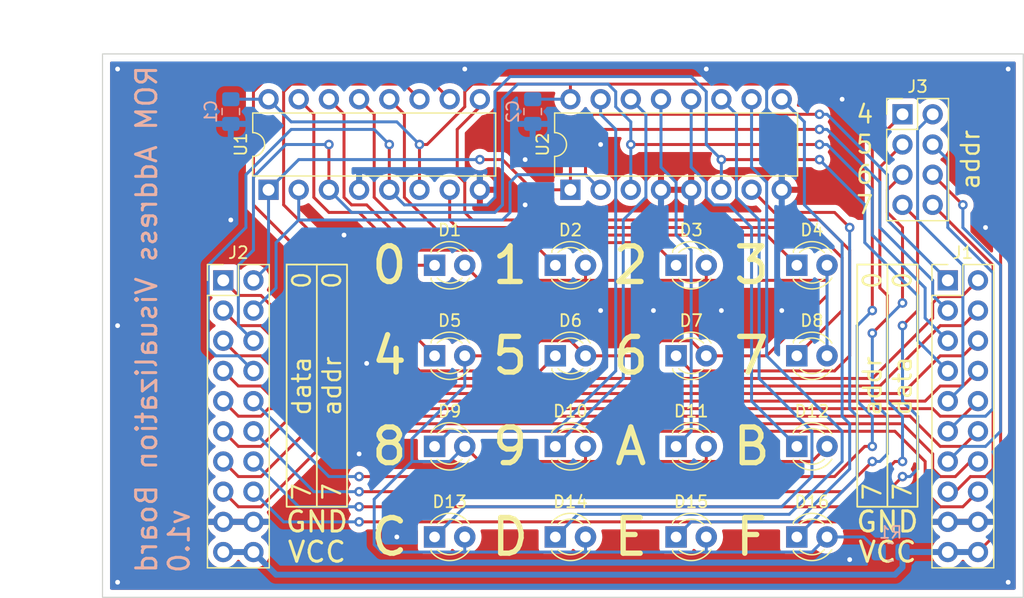
<source format=kicad_pcb>
(kicad_pcb (version 20211014) (generator pcbnew)
  (layers (0 "F.Cu" signal) (31 "B.Cu" signal) (34 "B.Paste" user) (35 "F.Paste" user) (36 "B.SilkS" user "B.Silkscreen") (37 "F.SilkS" user "F.Silkscreen") (38 "B.Mask" user) (39 "F.Mask" user) (44 "Edge.Cuts" user))
  (net 0 "")
  (net 1 "VCC")
  (net 2 "GND")
  (net 3 "Net-(U1-Pad15)")
  (net 4 "Net-(U1-Pad14)")
  (net 5 "Net-(U1-Pad13)")
  (net 6 "Net-(U1-Pad12)")
  (net 7 "Net-(U1-Pad11)")
  (net 8 "Net-(U1-Pad10)")
  (net 9 "Net-(U1-Pad9)")
  (net 10 "Net-(U1-Pad7)")
  (net 11 "Net-(U2-Pad15)")
  (net 12 "Net-(U2-Pad14)")
  (net 13 "Net-(U2-Pad13)")
  (net 14 "Net-(U2-Pad12)")
  (net 15 "Net-(U2-Pad11)")
  (net 16 "Net-(U2-Pad10)")
  (net 17 "Net-(U2-Pad9)")
  (net 18 "Net-(U2-Pad7)")
  (net 19 "/addr0")
  (net 20 "/addr1")
  (net 21 "/addr2")
  (net 22 "/addr3")
  (net 23 "/addr4_in")
  (net 24 "/addr5_in")
  (net 25 "/addr6_in")
  (net 26 "/addr7_in")
  (net 27 "/data0")
  (net 28 "/data1")
  (net 29 "/data2")
  (net 30 "/data3")
  (net 31 "/data4")
  (net 32 "/data5")
  (net 33 "/data6")
  (net 34 "/data7")
  (net 35 "/addr4")
  (net 36 "/addr5")
  (net 37 "/addr6")
  (net 38 "/addr7")
  (net 39 "Net-(D1-Pad2)")
  (footprint "LED_THT:LED_D3.0mm_Clear" (layer "F.Cu") (at 124.46 104.14)
    (fp_text reference "D13")
    (fp_text value "LED")
  )
  (footprint "LED_THT:LED_D3.0mm_Clear" (layer "F.Cu") (at 134.62 88.9)
    (fp_text reference "D6")
    (fp_text value "LED")
  )
  (footprint "ModifiedKiCadLibrary:PinHeader_2x10_P2.54mm_Vertical_Top_Bottom" (layer "F.Cu") (at 106.68 82.55)
    (fp_text reference "J2")
    (fp_text value "addr_out")
  )
  (footprint "LED_THT:LED_D3.0mm_Clear" (layer "F.Cu") (at 134.62 104.14)
    (fp_text reference "D14")
    (fp_text value "LED")
  )
  (footprint "LED_THT:LED_D3.0mm_Clear" (layer "F.Cu") (at 154.94 96.52)
    (fp_text reference "D12")
    (fp_text value "LED")
  )
  (footprint "LED_THT:LED_D3.0mm_Clear" (layer "F.Cu") (at 124.46 88.9)
    (fp_text reference "D5")
    (fp_text value "LED")
  )
  (footprint "LED_THT:LED_D3.0mm_Clear" (layer "F.Cu") (at 154.94 104.14)
    (fp_text reference "D16")
    (fp_text value "LED")
  )
  (footprint "LED_THT:LED_D3.0mm_Clear" (layer "F.Cu") (at 134.62 81.28)
    (fp_text reference "D2")
    (fp_text value "LED")
  )
  (footprint "LED_THT:LED_D3.0mm_Clear" (layer "F.Cu") (at 144.78 104.14)
    (fp_text reference "D15")
    (fp_text value "LED")
  )
  (footprint "ModifiedKiCadLibrary:DIP-16_W7.62mm_D1mm" (layer "F.Cu") (at 110.49 74.93 90)
    (fp_text reference "U1")
    (fp_text value "74HC138")
  )
  (footprint "LED_THT:LED_D3.0mm_Clear" (layer "F.Cu") (at 144.78 81.28)
    (fp_text reference "D3")
    (fp_text value "LED")
  )
  (footprint "LED_THT:LED_D3.0mm_Clear" (layer "F.Cu") (at 144.78 96.52)
    (fp_text reference "D11")
    (fp_text value "LED")
  )
  (footprint "LED_THT:LED_D3.0mm_Clear" (layer "F.Cu") (at 154.94 88.9)
    (fp_text reference "D8")
    (fp_text value "LED")
  )
  (footprint "LED_THT:LED_D3.0mm_Clear" (layer "F.Cu") (at 154.94 81.28)
    (fp_text reference "D4")
    (fp_text value "LED")
  )
  (footprint "LED_THT:LED_D3.0mm_Clear" (layer "F.Cu") (at 124.46 81.28)
    (fp_text reference "D1")
    (fp_text value "LED")
  )
  (footprint "Connector_PinHeader_2.54mm:PinHeader_2x04_P2.54mm_Vertical" (layer "F.Cu") (at 163.83 68.58)
    (fp_text reference "J3")
    (fp_text value "Conn_02x04_Odd_Even")
  )
  (footprint "LED_THT:LED_D3.0mm_Clear" (layer "F.Cu") (at 144.78 88.9)
    (fp_text reference "D7")
    (fp_text value "LED")
  )
  (footprint "ModifiedKiCadLibrary:PinHeader_2x10_P2.54mm_Vertical_Top_Bottom" (layer "F.Cu") (at 167.64 82.55)
    (fp_text reference "J1")
    (fp_text value "addr_in")
  )
  (footprint "LED_THT:LED_D3.0mm_Clear" (layer "F.Cu") (at 124.46 96.52)
    (fp_text reference "D9")
    (fp_text value "LED")
  )
  (footprint "LED_THT:LED_D3.0mm_Clear" (layer "F.Cu") (at 134.62 96.52)
    (fp_text reference "D10")
    (fp_text value "LED")
  )
  (footprint "ModifiedKiCadLibrary:DIP-16_W7.62mm_D1mm" (layer "F.Cu") (at 135.89 74.93 90)
    (fp_text reference "U2")
    (fp_text value "74HC138")
  )
  (footprint "Capacitor_SMD:C_0805_2012Metric_Pad1.18x1.45mm_HandSolder" (layer "B.Cu") (at 132.715 68.3475 -90)
    (fp_text reference "C2")
    (fp_text value "0.1u")
  )
  (footprint "Capacitor_SMD:C_0805_2012Metric_Pad1.18x1.45mm_HandSolder" (layer "B.Cu") (at 107.315 68.3475 -90)
    (fp_text reference "C1")
    (fp_text value "0.1u")
  )
  (footprint "Resistor_SMD:R_0805_2012Metric_Pad1.20x1.40mm_HandSolder" (layer "B.Cu") (at 162.83 105.41 180)
    (fp_text reference "R1")
    (fp_text value "R")
  )
  (gr_rect (start 112.014 81.22) (end 117.094 101.6) (layer "F.SilkS") (width 0.15) (fill none))
  (gr_rect (start 160.02 81.22) (end 165.1 101.6) (layer "F.SilkS") (width 0.15) (fill none))
  (gr_line (start 162.56 81.22) (end 162.56 101.6) (layer "F.SilkS") (width 0.15))
  (gr_line (start 114.554 81.22) (end 114.554 101.6) (layer "F.SilkS") (width 0.15))
  (gr_rect (start 96.52 63.5) (end 173.99 109.22) (layer "Edge.Cuts") (width 0.1) (fill none))
  (gr_text "ROM Address Visualization Board\nv1.0" (at 101.6 107.315 90) (layer "B.SilkS") (effects (font (size 1.7 1.7) (thickness 0.25)) (justify right mirror)))
  (gr_text "addr" (at 115.824 91.44 90) (layer "F.SilkS") (effects (font (size 1.5 1.5) (thickness 0.2))))
  (gr_text "4" (at 120.65 88.9) (layer "F.SilkS") (effects (font (size 3 3) (thickness 0.45))))
  (gr_text "5" (at 130.81 88.9) (layer "F.SilkS") (effects (font (size 3 3) (thickness 0.45))))
  (gr_text "0" (at 120.65 81.28) (layer "F.SilkS") (effects (font (size 3 3) (thickness 0.45))))
  (gr_text "2" (at 140.97 81.28) (layer "F.SilkS") (effects (font (size 3 3) (thickness 0.45))))
  (gr_text "GND" (at 114.554 102.87) (layer "F.SilkS") (effects (font (size 1.7 1.7) (thickness 0.25))))
  (gr_text "6" (at 140.97 88.9) (layer "F.SilkS") (effects (font (size 3 3) (thickness 0.45))))
  (gr_text "F" (at 151.13 104.14) (layer "F.SilkS") (effects (font (size 3 3) (thickness 0.45))))
  (gr_text "0" (at 161.29 82.55 90) (layer "F.SilkS") (effects (font (size 1.5 1.5) (thickness 0.2))))
  (gr_text "1" (at 130.81 81.28) (layer "F.SilkS") (effects (font (size 3 3) (thickness 0.45))))
  (gr_text "addr" (at 169.545 72.39 90) (layer "F.SilkS") (effects (font (size 1.5 1.5) (thickness 0.2))))
  (gr_text "A" (at 140.97 96.52) (layer "F.SilkS") (effects (font (size 3 3) (thickness 0.45))))
  (gr_text "0" (at 113.284 82.55 90) (layer "F.SilkS") (effects (font (size 1.5 1.5) (thickness 0.2))))
  (gr_text "7" (at 161.29 100.33 90) (layer "F.SilkS") (effects (font (size 1.5 1.5) (thickness 0.2))))
  (gr_text "data" (at 113.284 91.44 90) (layer "F.SilkS") (effects (font (size 1.5 1.5) (thickness 0.2))))
  (gr_text "7" (at 113.284 100.33 90) (layer "F.SilkS") (effects (font (size 1.5 1.5) (thickness 0.2))))
  (gr_text "C" (at 120.65 104.14) (layer "F.SilkS") (effects (font (size 3 3) (thickness 0.45))))
  (gr_text "4" (at 160.655 68.58) (layer "F.SilkS") (effects (font (size 1.5 1.5) (thickness 0.2))))
  (gr_text "5" (at 160.655 71.12) (layer "F.SilkS") (effects (font (size 1.5 1.5) (thickness 0.2))))
  (gr_text "B" (at 151.13 96.52) (layer "F.SilkS") (effects (font (size 3 3) (thickness 0.45))))
  (gr_text "8" (at 120.65 96.52) (layer "F.SilkS") (effects (font (size 3 3) (thickness 0.45))))
  (gr_text "addr" (at 161.29 91.44 90) (layer "F.SilkS") (effects (font (size 1.5 1.5) (thickness 0.2))))
  (gr_text "VCC" (at 114.554 105.41) (layer "F.SilkS") (effects (font (size 1.7 1.7) (thickness 0.25))))
  (gr_text "GND" (at 162.56 102.87) (layer "F.SilkS") (effects (font (size 1.7 1.7) (thickness 0.25))))
  (gr_text "E" (at 140.97 104.14) (layer "F.SilkS") (effects (font (size 3 3) (thickness 0.45))))
  (gr_text "3" (at 151.13 81.28) (layer "F.SilkS") (effects (font (size 3 3) (thickness 0.45))))
  (gr_text "data" (at 163.83 91.44 90) (layer "F.SilkS") (effects (font (size 1.5 1.5) (thickness 0.2))))
  (gr_text "VCC" (at 162.56 105.41) (layer "F.SilkS") (effects (font (size 1.7 1.7) (thickness 0.25))))
  (gr_text "7" (at 163.83 100.33 90) (layer "F.SilkS") (effects (font (size 1.5 1.5) (thickness 0.2))))
  (gr_text "7" (at 160.655 76.2) (layer "F.SilkS") (effects (font (size 1.5 1.5) (thickness 0.2))))
  (gr_text "D" (at 130.81 104.14) (layer "F.SilkS") (effects (font (size 3 3) (thickness 0.45))))
  (gr_text "6" (at 160.655 73.66) (layer "F.SilkS") (effects (font (size 1.5 1.5) (thickness 0.2))))
  (gr_text "0" (at 115.824 82.55 90) (layer "F.SilkS") (effects (font (size 1.5 1.5) (thickness 0.2))))
  (gr_text "7" (at 151.13 88.9) (layer "F.SilkS") (effects (font (size 3 3) (thickness 0.45))))
  (gr_text "0" (at 163.83 82.55 90) (layer "F.SilkS") (effects (font (size 1.5 1.5) (thickness 0.2))))
  (gr_text "9" (at 130.81 96.52) (layer "F.SilkS") (effects (font (size 3 3) (thickness 0.45))))
  (gr_text "7" (at 115.824 100.33 90) (layer "F.SilkS") (effects (font (size 1.5 1.5) (thickness 0.2))))
  (segment (start 172.085 103.505) (end 170.18 105.41) (width 0.25) (layer "F.Cu") (net 1))
  (segment (start 135.89 66.04) (end 167.64 66.04) (width 0.25) (layer "F.Cu") (net 1))
  (segment (start 172.085 70.485) (end 172.085 103.505) (width 0.25) (layer "F.Cu") (net 1))
  (segment (start 123.19 71.12) (end 123.19 74.93) (width 0.25) (layer "F.Cu") (net 1))
  (segment (start 127.635 66.04) (end 127 66.675) (width 0.25) (layer "F.Cu") (net 1))
  (segment (start 135.89 66.04) (end 127.635 66.04) (width 0.25) (layer "F.Cu") (net 1))
  (segment (start 135.89 67.31) (end 135.89 66.04) (width 0.25) (layer "F.Cu") (net 1))
  (segment (start 167.64 66.04) (end 172.085 70.485) (width 0.25) (layer "F.Cu") (net 1))
  (segment (start 127 66.675) (end 127 67.945) (width 0.25) (layer "F.Cu") (net 1))
  (segment (start 127 67.945) (end 123.825 71.12) (width 0.25) (layer "F.Cu") (net 1))
  (segment (start 123.825 71.12) (end 123.19 71.12) (width 0.25) (layer "F.Cu") (net 1))
  (via (at 123.19 71.12) (size 0.8) (drill 0.4) (layers "F.Cu" "B.Cu") (net 1))
  (segment (start 109.22 105.41) (end 106.68 105.41) (width 0.5) (layer "B.Cu") (net 1))
  (segment (start 112.395 69.215) (end 121.285 69.215) (width 0.25) (layer "B.Cu") (net 1))
  (segment (start 170.18 105.41) (end 167.64 105.41) (width 0.5) (layer "B.Cu") (net 1))
  (segment (start 107.315 67.31) (end 110.49 67.31) (width 0.25) (layer "B.Cu") (net 1))
  (segment (start 163.83 105.41) (end 167.64 105.41) (width 0.5) (layer "B.Cu") (net 1))
  (segment (start 110.49 67.31) (end 112.395 69.215) (width 0.25) (layer "B.Cu") (net 1))
  (segment (start 111.125 107.315) (end 109.22 105.41) (width 0.5) (layer "B.Cu") (net 1))
  (segment (start 163.83 106.68) (end 163.195 107.315) (width 0.5) (layer "B.Cu") (net 1))
  (segment (start 163.195 107.315) (end 111.125 107.315) (width 0.5) (layer "B.Cu") (net 1))
  (segment (start 121.285 69.215) (end 123.19 71.12) (width 0.25) (layer "B.Cu") (net 1))
  (segment (start 132.715 67.31) (end 135.89 67.31) (width 0.25) (layer "B.Cu") (net 1))
  (segment (start 163.83 105.41) (end 163.83 106.68) (width 0.5) (layer "B.Cu") (net 1))
  (via (at 138.43 85.09) (size 0.8) (drill 0.4) (layers "F.Cu" "B.Cu") (net 2))
  (via (at 170.815 78.105) (size 0.8) (drill 0.4) (layers "F.Cu" "B.Cu") (net 2))
  (via (at 158.75 67.31) (size 0.8) (drill 0.4) (layers "F.Cu" "B.Cu") (net 2))
  (via (at 153.67 85.09) (size 0.8) (drill 0.4) (layers "F.Cu" "B.Cu") (net 2))
  (via (at 118.11 97.155) (size 0.8) (drill 0.4) (layers "F.Cu" "B.Cu") (net 2))
  (via (at 132.08 76.2) (size 0.8) (drill 0.4) (layers "F.Cu" "B.Cu") (net 2))
  (via (at 97.79 64.77) (size 0.8) (drill 0.4) (layers "F.Cu" "B.Cu") (net 2))
  (via (at 121.285 104.14) (size 0.8) (drill 0.4) (layers "F.Cu" "B.Cu") (net 2))
  (via (at 132.08 72.39) (size 0.8) (drill 0.4) (layers "F.Cu" "B.Cu") (net 2))
  (via (at 147.32 64.77) (size 0.8) (drill 0.4) (layers "F.Cu" "B.Cu") (net 2))
  (via (at 127 64.77) (size 0.8) (drill 0.4) (layers "F.Cu" "B.Cu") (net 2))
  (via (at 97.79 107.95) (size 0.8) (drill 0.4) (layers "F.Cu" "B.Cu") (net 2))
  (via (at 159.385 106.045) (size 0.8) (drill 0.4) (layers "F.Cu" "B.Cu") (net 2))
  (via (at 138.43 71.12) (size 0.8) (drill 0.4) (layers "F.Cu" "B.Cu") (net 2))
  (via (at 107.315 77.47) (size 0.8) (drill 0.4) (layers "F.Cu" "B.Cu") (net 2))
  (via (at 142.875 85.09) (size 0.8) (drill 0.4) (layers "F.Cu" "B.Cu") (net 2))
  (via (at 172.72 64.77) (size 0.8) (drill 0.4) (layers "F.Cu" "B.Cu") (net 2))
  (via (at 97.79 86.36) (size 0.8) (drill 0.4) (layers "F.Cu" "B.Cu") (net 2))
  (via (at 118.745 89.535) (size 0.8) (drill 0.4) (layers "F.Cu" "B.Cu") (net 2))
  (via (at 148.59 85.09) (size 0.8) (drill 0.4) (layers "F.Cu" "B.Cu") (net 2))
  (via (at 172.72 107.95) (size 0.8) (drill 0.4) (layers "F.Cu" "B.Cu") (net 2))
  (via (at 116.84 78.74) (size 0.8) (drill 0.4) (layers "F.Cu" "B.Cu") (net 2))
  (segment (start 152.4 65.405) (end 152.4 69.215) (width 0.25) (layer "B.Cu") (net 2))
  (segment (start 118.11 76.835) (end 122.555 81.28) (width 0.25) (layer "F.Cu") (net 3))
  (segment (start 113.03 67.31) (end 114.3 68.58) (width 0.25) (layer "F.Cu") (net 3))
  (segment (start 114.3 75.565) (end 115.57 76.835) (width 0.25) (layer "F.Cu") (net 3))
  (segment (start 114.3 68.58) (end 114.3 75.565) (width 0.25) (layer "F.Cu") (net 3))
  (segment (start 122.555 81.28) (end 124.46 81.28) (width 0.25) (layer "F.Cu") (net 3))
  (segment (start 115.57 76.835) (end 118.11 76.835) (width 0.25) (layer "F.Cu") (net 3))
  (segment (start 118.745 76.2) (end 117.475 76.2) (width 0.25) (layer "F.Cu") (net 4))
  (segment (start 115.57 67.31) (end 116.84 68.58) (width 0.25) (layer "F.Cu") (net 4))
  (segment (start 122.555 80.01) (end 118.745 76.2) (width 0.25) (layer "F.Cu") (net 4))
  (segment (start 116.84 68.58) (end 116.84 75.565) (width 0.25) (layer "F.Cu") (net 4))
  (segment (start 133.35 80.01) (end 134.62 81.28) (width 0.25) (layer "F.Cu") (net 4))
  (segment (start 122.555 80.01) (end 133.35 80.01) (width 0.25) (layer "F.Cu") (net 4))
  (segment (start 116.84 75.565) (end 117.475 76.2) (width 0.25) (layer "F.Cu") (net 4))
  (segment (start 123.19 79.375) (end 142.875 79.375) (width 0.25) (layer "F.Cu") (net 5))
  (segment (start 119.38 68.58) (end 119.38 75.565) (width 0.25) (layer "F.Cu") (net 5))
  (segment (start 142.875 79.375) (end 144.78 81.28) (width 0.25) (layer "F.Cu") (net 5))
  (segment (start 118.11 67.31) (end 119.38 68.58) (width 0.25) (layer "F.Cu") (net 5))
  (segment (start 119.38 75.565) (end 123.19 79.375) (width 0.25) (layer "F.Cu") (net 5))
  (segment (start 120.65 67.31) (end 121.92 68.58) (width 0.25) (layer "F.Cu") (net 6))
  (segment (start 121.92 68.58) (end 121.92 75.565) (width 0.25) (layer "F.Cu") (net 6))
  (segment (start 121.92 75.565) (end 125.095 78.74) (width 0.25) (layer "F.Cu") (net 6))
  (segment (start 125.095 78.74) (end 152.4 78.74) (width 0.25) (layer "F.Cu") (net 6))
  (segment (start 152.4 78.74) (end 154.94 81.28) (width 0.25) (layer "F.Cu") (net 6))
  (segment (start 123.19 67.31) (end 121.92 66.04) (width 0.25) (layer "F.Cu") (net 7))
  (segment (start 112.395 66.04) (end 111.76 66.675) (width 0.25) (layer "F.Cu") (net 7))
  (segment (start 111.76 76.2) (end 124.46 88.9) (width 0.25) (layer "F.Cu") (net 7))
  (segment (start 121.92 66.04) (end 112.395 66.04) (width 0.25) (layer "F.Cu") (net 7))
  (segment (start 111.76 66.675) (end 111.76 76.2) (width 0.25) (layer "F.Cu") (net 7))
  (segment (start 109.22 76.2) (end 123.19 90.17) (width 0.25) (layer "F.Cu") (net 8))
  (segment (start 125.73 67.31) (end 123.825 65.405) (width 0.25) (layer "F.Cu") (net 8))
  (segment (start 123.19 90.17) (end 133.35 90.17) (width 0.25) (layer "F.Cu") (net 8))
  (segment (start 133.35 90.17) (end 134.62 88.9) (width 0.25) (layer "F.Cu") (net 8))
  (segment (start 110.49 65.405) (end 109.22 66.675) (width 0.25) (layer "F.Cu") (net 8))
  (segment (start 123.825 65.405) (end 110.49 65.405) (width 0.25) (layer "F.Cu") (net 8))
  (segment (start 109.22 66.675) (end 109.22 76.2) (width 0.25) (layer "F.Cu") (net 8))
  (segment (start 127 76.835) (end 127.635 77.47) (width 0.25) (layer "F.Cu") (net 9))
  (segment (start 146.05 90.17) (end 144.78 88.9) (width 0.25) (layer "F.Cu") (net 9))
  (segment (start 158.115 90.17) (end 146.05 90.17) (width 0.25) (layer "F.Cu") (net 9))
  (segment (start 127 74.295) (end 126.365 73.66) (width 0.25) (layer "F.Cu") (net 9))
  (segment (start 127.635 77.47) (end 156.845 77.47) (width 0.25) (layer "F.Cu") (net 9))
  (segment (start 156.845 77.47) (end 159.385 80.01) (width 0.25) (layer "F.Cu") (net 9))
  (segment (start 127 74.295) (end 127 76.835) (width 0.25) (layer "F.Cu") (net 9))
  (segment (start 126.365 73.66) (end 126.365 69.85) (width 0.25) (layer "F.Cu") (net 9))
  (segment (start 126.365 69.85) (end 128.27 67.945) (width 0.25) (layer "F.Cu") (net 9))
  (segment (start 159.385 88.9) (end 158.115 90.17) (width 0.25) (layer "F.Cu") (net 9))
  (segment (start 159.385 80.01) (end 159.385 88.9) (width 0.25) (layer "F.Cu") (net 9))
  (segment (start 128.27 67.31) (end 128.27 67.945) (width 0.25) (layer "F.Cu") (net 9))
  (segment (start 126.365 78.105) (end 156.21 78.105) (width 0.25) (layer "F.Cu") (net 10))
  (segment (start 158.75 80.645) (end 158.75 85.09) (width 0.25) (layer "F.Cu") (net 10))
  (segment (start 125.73 77.47) (end 126.365 78.105) (width 0.25) (layer "F.Cu") (net 10))
  (segment (start 158.75 85.09) (end 154.94 88.9) (width 0.25) (layer "F.Cu") (net 10))
  (segment (start 156.21 78.105) (end 158.75 80.645) (width 0.25) (layer "F.Cu") (net 10))
  (segment (start 125.73 74.93) (end 125.73 77.47) (width 0.25) (layer "F.Cu") (net 10))
  (segment (start 139.7 74.295) (end 139.7 69.85) (width 0.25) (layer "B.Cu") (net 11))
  (segment (start 139.7 69.85) (end 138.43 68.58) (width 0.25) (layer "B.Cu") (net 11))
  (segment (start 125.73 95.25) (end 124.46 96.52) (width 0.25) (layer "B.Cu") (net 11))
  (segment (start 138.43 68.58) (end 138.43 67.31) (width 0.25) (layer "B.Cu") (net 11))
  (segment (start 139.7 90.17) (end 134.62 95.25) (width 0.25) (layer "B.Cu") (net 11))
  (segment (start 139.7 74.295) (end 139.7 90.17) (width 0.25) (layer "B.Cu") (net 11))
  (segment (start 134.62 95.25) (end 125.73 95.25) (width 0.25) (layer "B.Cu") (net 11))
  (segment (start 142.24 68.58) (end 142.24 75.565) (width 0.25) (layer "B.Cu") (net 12))
  (segment (start 140.335 77.47) (end 140.335 90.805) (width 0.25) (layer "B.Cu") (net 12))
  (segment (start 140.97 67.31) (end 142.24 68.58) (width 0.25) (layer "B.Cu") (net 12))
  (segment (start 142.24 75.565) (end 140.335 77.47) (width 0.25) (layer "B.Cu") (net 12))
  (segment (start 140.335 90.805) (end 134.62 96.52) (width 0.25) (layer "B.Cu") (net 12))
  (segment (start 143.51 67.31) (end 143.51 73.025) (width 0.25) (layer "B.Cu") (net 13))
  (segment (start 144.78 74.295) (end 144.78 78.74) (width 0.25) (layer "B.Cu") (net 13))
  (segment (start 144.78 96.52) (end 146.05 95.25) (width 0.25) (layer "B.Cu") (net 13))
  (segment (start 146.05 80.01) (end 144.78 78.74) (width 0.25) (layer "B.Cu") (net 13))
  (segment (start 146.05 95.25) (end 146.05 80.01) (width 0.25) (layer "B.Cu") (net 13))
  (segment (start 143.51 73.025) (end 144.78 74.295) (width 0.25) (layer "B.Cu") (net 13))
  (segment (start 146.05 73.025) (end 147.32 74.295) (width 0.25) (layer "B.Cu") (net 14))
  (segment (start 151.13 78.105) (end 151.13 92.71) (width 0.25) (layer "B.Cu") (net 14))
  (segment (start 147.955 76.2) (end 149.225 76.2) (width 0.25) (layer "B.Cu") (net 14))
  (segment (start 149.225 76.2) (end 151.13 78.105) (width 0.25) (layer "B.Cu") (net 14))
  (segment (start 151.13 92.71) (end 154.94 96.52) (width 0.25) (layer "B.Cu") (net 14))
  (segment (start 147.32 75.565) (end 147.955 76.2) (width 0.25) (layer "B.Cu") (net 14))
  (segment (start 147.32 74.295) (end 147.32 75.565) (width 0.25) (layer "B.Cu") (net 14))
  (segment (start 146.05 67.31) (end 146.05 73.025) (width 0.25) (layer "B.Cu") (net 14))
  (segment (start 153.67 101.6) (end 156.21 99.06) (width 0.25) (layer "B.Cu") (net 15))
  (segment (start 156.21 95.25) (end 151.765 90.805) (width 0.25) (layer "B.Cu") (net 15))
  (segment (start 151.765 77.47) (end 149.86 75.565) (width 0.25) (layer "B.Cu") (net 15))
  (segment (start 149.86 75.565) (end 149.86 68.58) (width 0.25) (layer "B.Cu") (net 15))
  (segment (start 156.21 99.06) (end 156.21 95.25) (width 0.25) (layer "B.Cu") (net 15))
  (segment (start 124.46 104.14) (end 127 101.6) (width 0.25) (layer "B.Cu") (net 15))
  (segment (start 149.86 68.58) (end 148.59 67.31) (width 0.25) (layer "B.Cu") (net 15))
  (segment (start 151.765 90.805) (end 151.765 77.47) (width 0.25) (layer "B.Cu") (net 15))
  (segment (start 127 101.6) (end 153.67 101.6) (width 0.25) (layer "B.Cu") (net 15))
  (segment (start 134.62 104.14) (end 136.525 102.235) (width 0.25) (layer "B.Cu") (net 16))
  (segment (start 154.305 102.235) (end 158.75 97.79) (width 0.25) (layer "B.Cu") (net 16))
  (segment (start 136.525 102.235) (end 154.305 102.235) (width 0.25) (layer "B.Cu") (net 16))
  (segment (start 151.13 67.31) (end 151.13 73.025) (width 0.25) (layer "B.Cu") (net 16))
  (segment (start 158.75 97.79) (end 158.75 95.25) (width 0.25) (layer "B.Cu") (net 16))
  (segment (start 158.75 95.25) (end 152.4 88.9) (width 0.25) (layer "B.Cu") (net 16))
  (segment (start 152.4 88.9) (end 152.4 74.295) (width 0.25) (layer "B.Cu") (net 16))
  (segment (start 151.13 73.025) (end 152.4 74.295) (width 0.25) (layer "B.Cu") (net 16))
  (segment (start 159.385 98.425) (end 159.385 94.615) (width 0.25) (layer "B.Cu") (net 17))
  (segment (start 155.575 76.2) (end 155.575 69.215) (width 0.25) (layer "B.Cu") (net 17))
  (segment (start 158.75 79.375) (end 155.575 76.2) (width 0.25) (layer "B.Cu") (net 17))
  (segment (start 158.75 93.98) (end 158.75 79.375) (width 0.25) (layer "B.Cu") (net 17))
  (segment (start 146.05 102.87) (end 154.94 102.87) (width 0.25) (layer "B.Cu") (net 17))
  (segment (start 159.385 94.615) (end 158.75 93.98) (width 0.25) (layer "B.Cu") (net 17))
  (segment (start 144.78 104.14) (end 146.05 102.87) (width 0.25) (layer "B.Cu") (net 17))
  (segment (start 155.575 69.215) (end 153.67 67.31) (width 0.25) (layer "B.Cu") (net 17))
  (segment (start 154.94 102.87) (end 159.385 98.425) (width 0.25) (layer "B.Cu") (net 17))
  (segment (start 158.115 76.835) (end 153.035 76.835) (width 0.25) (layer "F.Cu") (net 18))
  (segment (start 153.035 76.835) (end 151.13 74.93) (width 0.25) (layer "F.Cu") (net 18))
  (segment (start 158.115 76.835) (end 159.385 78.105) (width 0.25) (layer "F.Cu") (net 18))
  (via (at 159.385 78.105) (size 0.8) (drill 0.4) (layers "F.Cu" "B.Cu") (net 18))
  (segment (start 159.385 93.345) (end 160.02 93.98) (width 0.25) (layer "B.Cu") (net 18))
  (segment (start 160.02 99.06) (end 154.94 104.14) (width 0.25) (layer "B.Cu") (net 18))
  (segment (start 159.385 78.105) (end 159.385 93.345) (width 0.25) (layer "B.Cu") (net 18))
  (segment (start 160.02 93.98) (end 160.02 99.06) (width 0.25) (layer "B.Cu") (net 18))
  (segment (start 130.175 72.39) (end 128.27 72.39) (width 0.25) (layer "F.Cu") (net 19))
  (segment (start 135.89 70.485) (end 137.795 68.58) (width 0.25) (layer "F.Cu") (net 19))
  (segment (start 135.89 70.485) (end 135.89 72.39) (width 0.25) (layer "F.Cu") (net 19))
  (segment (start 135.89 72.39) (end 135.89 74.93) (width 0.25) (layer "F.Cu") (net 19))
  (segment (start 132.715 74.93) (end 135.89 74.93) (width 0.25) (layer "F.Cu") (net 19))
  (segment (start 156.845 68.58) (end 137.795 68.58) (width 0.25) (layer "F.Cu") (net 19))
  (segment (start 130.175 72.39) (end 132.715 74.93) (width 0.25) (layer "F.Cu") (net 19))
  (via (at 128.27 72.39) (size 0.8) (drill 0.4) (layers "F.Cu" "B.Cu") (net 19))
  (via (at 156.845 68.58) (size 0.8) (drill 0.4) (layers "F.Cu" "B.Cu") (net 19))
  (segment (start 113.03 72.39) (end 110.49 74.93) (width 0.25) (layer "B.Cu") (net 19))
  (segment (start 162.56 73.66) (end 162.56 77.47) (width 0.25) (layer "B.Cu") (net 19))
  (segment (start 128.27 72.39) (end 113.03 72.39) (width 0.25) (layer "B.Cu") (net 19))
  (segment (start 157.48 68.58) (end 162.56 73.66) (width 0.25) (layer "B.Cu") (net 19))
  (segment (start 110.49 81.28) (end 109.22 82.55) (width 0.25) (layer "B.Cu") (net 19))
  (segment (start 110.49 74.93) (end 110.49 81.28) (width 0.25) (layer "B.Cu") (net 19))
  (segment (start 156.845 68.58) (end 157.48 68.58) (width 0.25) (layer "B.Cu") (net 19))
  (segment (start 162.56 77.47) (end 167.64 82.55) (width 0.25) (layer "B.Cu") (net 19))
  (segment (start 137.16 70.485) (end 137.16 73.66) (width 0.25) (layer "F.Cu") (net 20))
  (segment (start 156.845 69.85) (end 137.795 69.85) (width 0.25) (layer "F.Cu") (net 20))
  (segment (start 137.16 73.66) (end 138.43 74.93) (width 0.25) (layer "F.Cu") (net 20))
  (segment (start 137.795 69.85) (end 137.16 70.485) (width 0.25) (layer "F.Cu") (net 20))
  (via (at 156.845 69.85) (size 0.8) (drill 0.4) (layers "F.Cu" "B.Cu") (net 20))
  (segment (start 161.925 78.105) (end 166.37 82.55) (width 0.25) (layer "B.Cu") (net 20))
  (segment (start 138.43 74.93) (end 137.16 73.66) (width 0.25) (layer "B.Cu") (net 20))
  (segment (start 111.125 83.185) (end 109.22 85.09) (width 0.25) (layer "B.Cu") (net 20))
  (segment (start 113.03 74.93) (end 113.03 77.47) (width 0.25) (layer "B.Cu") (net 20))
  (segment (start 137.16 73.66) (end 131.445 73.66) (width 0.25) (layer "B.Cu") (net 20))
  (segment (start 161.925 74.295) (end 161.925 78.105) (width 0.25) (layer "B.Cu") (net 20))
  (segment (start 131.445 73.66) (end 130.81 74.295) (width 0.25) (layer "B.Cu") (net 20))
  (segment (start 166.37 82.55) (end 166.37 83.82) (width 0.25) (layer "B.Cu") (net 20))
  (segment (start 166.37 83.82) (end 167.64 85.09) (width 0.25) (layer "B.Cu") (net 20))
  (segment (start 156.845 69.85) (end 157.48 69.85) (width 0.25) (layer "B.Cu") (net 20))
  (segment (start 157.48 69.85) (end 161.925 74.295) (width 0.25) (layer "B.Cu") (net 20))
  (segment (start 130.81 74.295) (end 130.81 76.835) (width 0.25) (layer "B.Cu") (net 20))
  (segment (start 130.175 77.47) (end 113.03 77.47) (width 0.25) (layer "B.Cu") (net 20))
  (segment (start 113.03 77.47) (end 111.125 79.375) (width 0.25) (layer "B.Cu") (net 20))
  (segment (start 111.125 79.375) (end 111.125 83.185) (width 0.25) (layer "B.Cu") (net 20))
  (segment (start 130.81 76.835) (end 130.175 77.47) (width 0.25) (layer "B.Cu") (net 20))
  (segment (start 115.57 74.93) (end 115.57 71.12) (width 0.25) (layer "F.Cu") (net 21))
  (segment (start 156.845 71.12) (end 140.97 71.12) (width 0.25) (layer "F.Cu") (net 21))
  (via (at 115.57 71.12) (size 0.8) (drill 0.4) (layers "F.Cu" "B.Cu") (net 21))
  (via (at 156.845 71.12) (size 0.8) (drill 0.4) (layers "F.Cu" "B.Cu") (net 21))
  (via (at 140.97 71.12) (size 0.8) (drill 0.4) (layers "F.Cu" "B.Cu") (net 21))
  (segment (start 109.22 80.01) (end 109.22 73.850978) (width 0.25) (layer "B.Cu") (net 21))
  (segment (start 157.48 71.12) (end 161.29 74.93) (width 0.25) (layer "B.Cu") (net 21))
  (segment (start 131.445 66.04) (end 130.175 67.31) (width 0.25) (layer "B.Cu") (net 21))
  (segment (start 107.95 86.36) (end 107.95 81.28) (width 0.25) (layer "B.Cu") (net 21))
  (segment (start 117.475 76.835) (end 115.57 74.93) (width 0.25) (layer "B.Cu") (net 21))
  (segment (start 139.7 66.675) (end 139.065 66.04) (width 0.25) (layer "B.Cu") (net 21))
  (segment (start 140.97 69.215) (end 139.7 67.945) (width 0.25) (layer "B.Cu") (net 21))
  (segment (start 140.97 71.12) (end 140.97 74.93) (width 0.25) (layer "B.Cu") (net 21))
  (segment (start 165.735 85.725) (end 167.64 87.63) (width 0.25) (layer "B.Cu") (net 21))
  (segment (start 130.175 76.2) (end 129.54 76.835) (width 0.25) (layer "B.Cu") (net 21))
  (segment (start 111.950978 71.12) (end 115.57 71.12) (width 0.25) (layer "B.Cu") (net 21))
  (segment (start 161.29 78.74) (end 165.735 83.185) (width 0.25) (layer "B.Cu") (net 21))
  (segment (start 139.7 67.945) (end 139.7 66.675) (width 0.25) (layer "B.Cu") (net 21))
  (segment (start 139.065 66.04) (end 131.445 66.04) (width 0.25) (layer "B.Cu") (net 21))
  (segment (start 165.735 83.185) (end 165.735 85.725) (width 0.25) (layer "B.Cu") (net 21))
  (segment (start 130.175 67.31) (end 130.175 76.2) (width 0.25) (layer "B.Cu") (net 21))
  (segment (start 129.54 76.835) (end 117.475 76.835) (width 0.25) (layer "B.Cu") (net 21))
  (segment (start 140.97 71.12) (end 140.97 69.215) (width 0.25) (layer "B.Cu") (net 21))
  (segment (start 161.29 74.93) (end 161.29 78.74) (width 0.25) (layer "B.Cu") (net 21))
  (segment (start 109.22 87.63) (end 107.95 86.36) (width 0.25) (layer "B.Cu") (net 21))
  (segment (start 107.95 81.28) (end 109.22 80.01) (width 0.25) (layer "B.Cu") (net 21))
  (segment (start 109.22 73.850978) (end 111.950978 71.12) (width 0.25) (layer "B.Cu") (net 21))
  (segment (start 156.845 71.12) (end 157.48 71.12) (width 0.25) (layer "B.Cu") (net 21))
  (segment (start 156.845 72.39) (end 148.59 72.39) (width 0.25) (layer "F.Cu") (net 22))
  (segment (start 120.65 74.93) (end 120.65 71.12) (width 0.25) (layer "F.Cu") (net 22))
  (via (at 156.845 72.39) (size 0.8) (drill 0.4) (layers "F.Cu" "B.Cu") (net 22))
  (via (at 148.59 72.39) (size 0.8) (drill 0.4) (layers "F.Cu" "B.Cu") (net 22))
  (via (at 120.65 71.12) (size 0.8) (drill 0.4) (layers "F.Cu" "B.Cu") (net 22))
  (segment (start 160.655 76.2) (end 160.655 79.375) (width 0.25) (layer "B.Cu") (net 22))
  (segment (start 112.395 69.85) (end 108.585 73.66) (width 0.25) (layer "B.Cu") (net 22))
  (segment (start 107.95 88.9) (end 109.22 90.17) (width 0.25) (layer "B.Cu") (net 22))
  (segment (start 121.92 76.2) (end 120.65 74.93) (width 0.25) (layer "B.Cu") (net 22))
  (segment (start 148.59 72.39) (end 147.32 71.12) (width 0.25) (layer "B.Cu") (net 22))
  (segment (start 120.65 71.12) (end 119.38 69.85) (width 0.25) (layer "B.Cu") (net 22))
  (segment (start 128.905 76.2) (end 121.92 76.2) (width 0.25) (layer "B.Cu") (net 22))
  (segment (start 130.81 65.405) (end 129.54 66.675) (width 0.25) (layer "B.Cu") (net 22))
  (segment (start 147.32 66.675) (end 146.05 65.405) (width 0.25) (layer "B.Cu") (net 22))
  (segment (start 105.41 81.28) (end 105.41 88.265) (width 0.25) (layer "B.Cu") (net 22))
  (segment (start 108.585 78.105) (end 108.585 73.66) (width 0.25) (layer "B.Cu") (net 22))
  (segment (start 148.59 72.39) (end 148.59 74.93) (width 0.25) (layer "B.Cu") (net 22))
  (segment (start 105.41 81.28) (end 108.585 78.105) (width 0.25) (layer "B.Cu") (net 22))
  (segment (start 160.655 79.375) (end 165.1 83.82) (width 0.25) (layer "B.Cu") (net 22))
  (segment (start 165.1 83.82) (end 165.1 87.63) (width 0.25) (layer "B.Cu") (net 22))
  (segment (start 105.41 88.265) (end 106.045 88.9) (width 0.25) (layer "B.Cu") (net 22))
  (segment (start 119.38 69.85) (end 112.395 69.85) (width 0.25) (layer "B.Cu") (net 22))
  (segment (start 165.1 87.63) (end 167.64 90.17) (width 0.25) (layer "B.Cu") (net 22))
  (segment (start 129.54 75.565) (end 128.905 76.2) (width 0.25) (layer "B.Cu") (net 22))
  (segment (start 156.845 72.39) (end 160.655 76.2) (width 0.25) (layer "B.Cu") (net 22))
  (segment (start 106.045 88.9) (end 107.95 88.9) (width 0.25) (layer "B.Cu") (net 22))
  (segment (start 129.54 66.675) (end 129.54 75.565) (width 0.25) (layer "B.Cu") (net 22))
  (segment (start 147.32 71.12) (end 147.32 66.675) (width 0.25) (layer "B.Cu") (net 22))
  (segment (start 146.05 65.405) (end 130.81 65.405) (width 0.25) (layer "B.Cu") (net 22))
  (segment (start 165.1 77.47) (end 165.1 69.85) (width 0.25) (layer "B.Cu") (net 23))
  (segment (start 167.64 92.71) (end 168.91 91.44) (width 0.25) (layer "B.Cu") (net 23))
  (segment (start 168.91 91.44) (end 168.91 81.28) (width 0.25) (layer "B.Cu") (net 23))
  (segment (start 168.91 81.28) (end 165.1 77.47) (width 0.25) (layer "B.Cu") (net 23))
  (segment (start 165.1 69.85) (end 166.37 68.58) (width 0.25) (layer "B.Cu") (net 23))
  (segment (start 168.91 93.98) (end 167.64 95.25) (width 0.25) (layer "B.Cu") (net 24))
  (segment (start 167.64 78.105) (end 167.64 72.39) (width 0.25) (layer "B.Cu") (net 24))
  (segment (start 170.815 93.98) (end 168.91 93.98) (width 0.25) (layer "B.Cu") (net 24))
  (segment (start 167.64 72.39) (end 166.37 71.12) (width 0.25) (layer "B.Cu") (net 24))
  (segment (start 171.45 81.915) (end 167.64 78.105) (width 0.25) (layer "B.Cu") (net 24))
  (segment (start 171.45 93.345) (end 170.815 93.98) (width 0.25) (layer "B.Cu") (net 24))
  (segment (start 171.45 81.915) (end 171.45 93.345) (width 0.25) (layer "B.Cu") (net 24))
  (segment (start 166.37 73.66) (end 168.91 76.2) (width 0.25) (layer "F.Cu") (net 25))
  (via (at 168.91 76.2) (size 0.8) (drill 0.4) (layers "F.Cu" "B.Cu") (net 25))
  (segment (start 168.91 96.52) (end 167.64 97.79) (width 0.25) (layer "B.Cu") (net 25))
  (segment (start 168.91 78.105) (end 168.91 76.2) (width 0.25) (layer "B.Cu") (net 25))
  (segment (start 172.085 81.28) (end 168.91 78.105) (width 0.25) (layer "B.Cu") (net 25))
  (segment (start 170.815 96.52) (end 168.91 96.52) (width 0.25) (layer "B.Cu") (net 25))
  (segment (start 172.085 81.28) (end 172.085 95.25) (width 0.25) (layer "B.Cu") (net 25))
  (segment (start 172.085 95.25) (end 170.815 96.52) (width 0.25) (layer "B.Cu") (net 25))
  (segment (start 170.815 99.06) (end 171.45 98.425) (width 0.25) (layer "F.Cu") (net 26))
  (segment (start 171.45 81.28) (end 166.37 76.2) (width 0.25) (layer "F.Cu") (net 26))
  (segment (start 167.64 100.33) (end 168.275 100.33) (width 0.25) (layer "F.Cu") (net 26))
  (segment (start 168.275 100.33) (end 169.545 99.06) (width 0.25) (layer "F.Cu") (net 26))
  (segment (start 171.45 98.425) (end 171.45 81.28) (width 0.25) (layer "F.Cu") (net 26))
  (segment (start 169.545 99.06) (end 170.815 99.06) (width 0.25) (layer "F.Cu") (net 26))
  (segment (start 113.03 90.805) (end 161.29 90.805) (width 0.25) (layer "F.Cu") (net 27))
  (segment (start 107.95 83.82) (end 109.855 83.82) (width 0.25) (layer "F.Cu") (net 27))
  (segment (start 166.37 85.725) (end 166.37 84.455) (width 0.25) (layer "F.Cu") (net 27))
  (segment (start 106.68 82.55) (end 107.95 83.82) (width 0.25) (layer "F.Cu") (net 27))
  (segment (start 161.29 90.805) (end 166.37 85.725) (width 0.25) (layer "F.Cu") (net 27))
  (segment (start 168.814511 83.915489) (end 170.18 82.55) (width 0.25) (layer "F.Cu") (net 27))
  (segment (start 109.855 83.82) (end 112.395 86.36) (width 0.25) (layer "F.Cu") (net 27))
  (segment (start 112.395 86.36) (end 112.395 90.17) (width 0.25) (layer "F.Cu") (net 27))
  (segment (start 166.909511 83.915489) (end 168.814511 83.915489) (width 0.25) (layer "F.Cu") (net 27))
  (segment (start 112.395 90.17) (end 113.03 90.805) (width 0.25) (layer "F.Cu") (net 27))
  (segment (start 166.37 84.455) (end 166.909511 83.915489) (width 0.25) (layer "F.Cu") (net 27))
  (segment (start 111.76 90.805) (end 112.395 91.44) (width 0.25) (layer "F.Cu") (net 28))
  (segment (start 106.68 85.09) (end 107.95 86.36) (width 0.25) (layer "F.Cu") (net 28))
  (segment (start 107.95 86.36) (end 109.855 86.36) (width 0.25) (layer "F.Cu") (net 28))
  (segment (start 168.91 86.36) (end 170.18 85.09) (width 0.25) (layer "F.Cu") (net 28))
  (segment (start 112.395 91.44) (end 161.925 91.44) (width 0.25) (layer "F.Cu") (net 28))
  (segment (start 111.76 88.265) (end 111.76 90.805) (width 0.25) (layer "F.Cu") (net 28))
  (segment (start 161.925 91.44) (end 167.005 86.36) (width 0.25) (layer "F.Cu") (net 28))
  (segment (start 167.005 86.36) (end 168.91 86.36) (width 0.25) (layer "F.Cu") (net 28))
  (segment (start 109.855 86.36) (end 111.76 88.265) (width 0.25) (layer "F.Cu") (net 28))
  (segment (start 107.95 88.9) (end 109.855 88.9) (width 0.25) (layer "F.Cu") (net 29))
  (segment (start 168.91 88.9) (end 170.18 87.63) (width 0.25) (layer "F.Cu") (net 29))
  (segment (start 109.855 88.9) (end 111.125 90.17) (width 0.25) (layer "F.Cu") (net 29))
  (segment (start 167.005 88.9) (end 168.91 88.9) (width 0.25) (layer "F.Cu") (net 29))
  (segment (start 163.83 92.075) (end 167.005 88.9) (width 0.25) (layer "F.Cu") (net 29))
  (segment (start 111.125 90.17) (end 111.125 91.44) (width 0.25) (layer "F.Cu") (net 29))
  (segment (start 106.68 87.63) (end 107.95 88.9) (width 0.25) (layer "F.Cu") (net 29))
  (segment (start 111.125 91.44) (end 111.76 92.075) (width 0.25) (layer "F.Cu") (net 29))
  (segment (start 111.76 92.075) (end 163.83 92.075) (width 0.25) (layer "F.Cu") (net 29))
  (segment (start 165.735 92.71) (end 167.005 91.44) (width 0.25) (layer "F.Cu") (net 30))
  (segment (start 107.95 91.44) (end 109.855 91.44) (width 0.25) (layer "F.Cu") (net 30))
  (segment (start 167.005 91.44) (end 168.91 91.44) (width 0.25) (layer "F.Cu") (net 30))
  (segment (start 109.855 91.44) (end 111.125 92.71) (width 0.25) (layer "F.Cu") (net 30))
  (segment (start 106.68 90.17) (end 107.95 91.44) (width 0.25) (layer "F.Cu") (net 30))
  (segment (start 111.125 92.71) (end 165.735 92.71) (width 0.25) (layer "F.Cu") (net 30))
  (segment (start 168.91 91.44) (end 170.18 90.17) (width 0.25) (layer "F.Cu") (net 30))
  (segment (start 109.855 93.98) (end 107.95 93.98) (width 0.25) (layer "F.Cu") (net 31))
  (segment (start 110.49 93.345) (end 109.855 93.98) (width 0.25) (layer "F.Cu") (net 31))
  (segment (start 166.37 93.345) (end 110.49 93.345) (width 0.25) (layer "F.Cu") (net 31))
  (segment (start 168.91 93.98) (end 167.005 93.98) (width 0.25) (layer "F.Cu") (net 31))
  (segment (start 167.005 93.98) (end 166.37 93.345) (width 0.25) (layer "F.Cu") (net 31))
  (segment (start 107.95 93.98) (end 106.68 92.71) (width 0.25) (layer "F.Cu") (net 31))
  (segment (start 170.18 92.71) (end 168.91 93.98) (width 0.25) (layer "F.Cu") (net 31))
  (segment (start 109.855 96.52) (end 107.95 96.52) (width 0.25) (layer "F.Cu") (net 32))
  (segment (start 164.465 93.98) (end 112.395 93.98) (width 0.25) (layer "F.Cu") (net 32))
  (segment (start 168.91 96.52) (end 167.005 96.52) (width 0.25) (layer "F.Cu") (net 32))
  (segment (start 167.005 96.52) (end 164.465 93.98) (width 0.25) (layer "F.Cu") (net 32))
  (segment (start 112.395 93.98) (end 109.855 96.52) (width 0.25) (layer "F.Cu") (net 32))
  (segment (start 107.95 96.52) (end 106.68 95.25) (width 0.25) (layer "F.Cu") (net 32))
  (segment (start 170.18 95.25) (end 168.91 96.52) (width 0.25) (layer "F.Cu") (net 32))
  (segment (start 166.37 97.155) (end 163.83 94.615) (width 0.25) (layer "F.Cu") (net 33))
  (segment (start 167.005 99.06) (end 166.37 98.425) (width 0.25) (layer "F.Cu") (net 33))
  (segment (start 169.545 97.79) (end 168.275 99.06) (width 0.25) (layer "F.Cu") (net 33))
  (segment (start 170.18 97.79) (end 169.545 97.79) (width 0.25) (layer "F.Cu") (net 33))
  (segment (start 107.95 99.06) (end 106.68 97.79) (width 0.25) (layer "F.Cu") (net 33))
  (segment (start 168.275 99.06) (end 167.005 99.06) (width 0.25) (layer "F.Cu") (net 33))
  (segment (start 163.83 94.615) (end 114.3 94.615) (width 0.25) (layer "F.Cu") (net 33))
  (segment (start 166.37 98.425) (end 166.37 97.155) (width 0.25) (layer "F.Cu") (net 33))
  (segment (start 109.855 99.06) (end 107.95 99.06) (width 0.25) (layer "F.Cu") (net 33))
  (segment (start 114.3 94.615) (end 109.855 99.06) (width 0.25) (layer "F.Cu") (net 33))
  (segment (start 165.735 100.33) (end 165.735 97.79) (width 0.25) (layer "F.Cu") (net 34))
  (segment (start 107.95 101.6) (end 106.68 100.33) (width 0.25) (layer "F.Cu") (net 34))
  (segment (start 116.205 95.25) (end 109.855 101.6) (width 0.25) (layer "F.Cu") (net 34))
  (segment (start 168.91 101.6) (end 167.005 101.6) (width 0.25) (layer "F.Cu") (net 34))
  (segment (start 170.18 100.33) (end 168.91 101.6) (width 0.25) (layer "F.Cu") (net 34))
  (segment (start 165.735 97.79) (end 163.195 95.25) (width 0.25) (layer "F.Cu") (net 34))
  (segment (start 109.855 101.6) (end 107.95 101.6) (width 0.25) (layer "F.Cu") (net 34))
  (segment (start 163.195 95.25) (end 116.205 95.25) (width 0.25) (layer "F.Cu") (net 34))
  (segment (start 167.005 101.6) (end 165.735 100.33) (width 0.25) (layer "F.Cu") (net 34))
  (segment (start 161.29 96.52) (end 160.655 96.52) (width 0.25) (layer "F.Cu") (net 35))
  (segment (start 158.115 99.06) (end 118.11 99.06) (width 0.25) (layer "F.Cu") (net 35))
  (segment (start 160.655 96.52) (end 158.115 99.06) (width 0.25) (layer "F.Cu") (net 35))
  (segment (start 161.29 71.12) (end 163.83 68.58) (width 0.25) (layer "F.Cu") (net 35))
  (segment (start 161.29 85.09) (end 161.29 71.12) (width 0.25) (layer "F.Cu") (net 35))
  (via (at 161.29 96.52) (size 0.8) (drill 0.4) (layers "F.Cu" "B.Cu") (net 35))
  (via (at 161.29 85.09) (size 0.8) (drill 0.4) (layers "F.Cu" "B.Cu") (net 35))
  (via (at 118.11 99.06) (size 0.8) (drill 0.4) (layers "F.Cu" "B.Cu") (net 35))
  (segment (start 115.57 99.06) (end 118.11 99.06) (width 0.25) (layer "B.Cu") (net 35))
  (segment (start 161.29 85.09) (end 160.02 86.36) (width 0.25) (layer "B.Cu") (net 35))
  (segment (start 160.02 92.71) (end 161.29 93.98) (width 0.25) (layer "B.Cu") (net 35))
  (segment (start 160.02 86.36) (end 160.02 92.71) (width 0.25) (layer "B.Cu") (net 35))
  (segment (start 161.29 93.98) (end 161.29 96.52) (width 0.25) (layer "B.Cu") (net 35))
  (segment (start 109.22 92.71) (end 115.57 99.06) (width 0.25) (layer "B.Cu") (net 35))
  (segment (start 161.925 73.025) (end 163.83 71.12) (width 0.25) (layer "F.Cu") (net 36))
  (segment (start 161.29 97.79) (end 158.75 100.33) (width 0.25) (layer "F.Cu") (net 36))
  (segment (start 161.925 83.185) (end 161.925 73.025) (width 0.25) (layer "F.Cu") (net 36))
  (segment (start 162.56 85.725) (end 162.56 83.82) (width 0.25) (layer "F.Cu") (net 36))
  (segment (start 158.75 100.33) (end 118.11 100.33) (width 0.25) (layer "F.Cu") (net 36))
  (segment (start 162.56 83.82) (end 161.925 83.185) (width 0.25) (layer "F.Cu") (net 36))
  (segment (start 161.29 86.995) (end 162.56 85.725) (width 0.25) (layer "F.Cu") (net 36))
  (via (at 161.29 97.79) (size 0.8) (drill 0.4) (layers "F.Cu" "B.Cu") (net 36))
  (via (at 161.29 86.995) (size 0.8) (drill 0.4) (layers "F.Cu" "B.Cu") (net 36))
  (via (at 118.11 100.33) (size 0.8) (drill 0.4) (layers "F.Cu" "B.Cu") (net 36))
  (segment (start 109.22 95.25) (end 114.3 100.33) (width 0.25) (layer "B.Cu") (net 36))
  (segment (start 161.29 92.71) (end 162.56 93.98) (width 0.25) (layer "B.Cu") (net 36))
  (segment (start 161.925 97.79) (end 162.56 97.155) (width 0.25) (layer "B.Cu") (net 36))
  (segment (start 114.3 100.33) (end 118.11 100.33) (width 0.25) (layer "B.Cu") (net 36))
  (segment (start 162.56 97.155) (end 162.56 93.98) (width 0.25) (layer "B.Cu") (net 36))
  (segment (start 161.29 86.995) (end 161.29 92.71) (width 0.25) (layer "B.Cu") (net 36))
  (segment (start 161.29 97.79) (end 161.925 97.79) (width 0.25) (layer "B.Cu") (net 36))
  (segment (start 163.83 78.105) (end 162.56 76.835) (width 0.25) (layer "F.Cu") (net 37))
  (segment (start 162.56 76.835) (end 162.56 74.93) (width 0.25) (layer "F.Cu") (net 37))
  (segment (start 159.385 101.6) (end 118.11 101.6) (width 0.25) (layer "F.Cu") (net 37))
  (segment (start 163.83 84.455) (end 163.83 78.105) (width 0.25) (layer "F.Cu") (net 37))
  (segment (start 163.195 97.79) (end 159.385 101.6) (width 0.25) (layer "F.Cu") (net 37))
  (segment (start 163.83 97.79) (end 163.195 97.79) (width 0.25) (layer "F.Cu") (net 37))
  (segment (start 162.56 74.93) (end 163.83 73.66) (width 0.25) (layer "F.Cu") (net 37))
  (via (at 163.83 84.455) (size 0.8) (drill 0.4) (layers "F.Cu" "B.Cu") (net 37))
  (via (at 118.11 101.6) (size 0.8) (drill 0.4) (layers "F.Cu" "B.Cu") (net 37))
  (via (at 163.83 97.79) (size 0.8) (drill 0.4) (layers "F.Cu" "B.Cu") (net 37))
  (segment (start 118.11 101.6) (end 113.03 101.6) (width 0.25) (layer "B.Cu") (net 37))
  (segment (start 163.83 93.98) (end 163.83 97.79) (width 0.25) (layer "B.Cu") (net 37))
  (segment (start 113.03 101.6) (end 109.22 97.79) (width 0.25) (layer "B.Cu") (net 37))
  (segment (start 162.56 85.725) (end 162.56 92.71) (width 0.25) (layer "B.Cu") (net 37))
  (segment (start 163.83 84.455) (end 162.56 85.725) (width 0.25) (layer "B.Cu") (net 37))
  (segment (start 162.56 92.71) (end 163.83 93.98) (width 0.25) (layer "B.Cu") (net 37))
  (segment (start 165.1 77.47) (end 165.1 85.09) (width 0.25) (layer "F.Cu") (net 38))
  (segment (start 163.83 99.06) (end 160.02 102.87) (width 0.25) (layer "F.Cu") (net 38))
  (segment (start 165.1 77.47) (end 163.83 76.2) (width 0.25) (layer "F.Cu") (net 38))
  (segment (start 156.21 102.87) (end 118.11 102.87) (width 0.25) (layer "F.Cu") (net 38))
  (segment (start 160.02 102.87) (end 156.21 102.87) (width 0.25) (layer "F.Cu") (net 38))
  (segment (start 165.1 85.09) (end 163.83 86.36) (width 0.25) (layer "F.Cu") (net 38))
  (via (at 118.11 102.87) (size 0.8) (drill 0.4) (layers "F.Cu" "B.Cu") (net 38))
  (via (at 163.83 86.36) (size 0.8) (drill 0.4) (layers "F.Cu" "B.Cu") (net 38))
  (via (at 163.83 99.06) (size 0.8) (drill 0.4) (layers "F.Cu" "B.Cu") (net 38))
  (segment (start 163.83 86.36) (end 163.83 92.71) (width 0.25) (layer "B.Cu") (net 38))
  (segment (start 111.76 102.87) (end 109.22 100.33) (width 0.25) (layer "B.Cu") (net 38))
  (segment (start 118.11 102.87) (end 111.76 102.87) (width 0.25) (layer "B.Cu") (net 38))
  (segment (start 164.465 99.06) (end 163.83 99.06) (width 0.25) (layer "B.Cu") (net 38))
  (segment (start 163.83 92.71) (end 165.1 93.98) (width 0.25) (layer "B.Cu") (net 38))
  (segment (start 165.1 93.98) (end 165.1 98.425) (width 0.25) (layer "B.Cu") (net 38))
  (segment (start 165.1 98.425) (end 164.465 99.06) (width 0.25) (layer "B.Cu") (net 38))
  (segment (start 152.4 88.9) (end 157.48 83.82) (width 0.25) (layer "F.Cu") (net 39))
  (segment (start 132.08 88.9) (end 127 88.9) (width 0.25) (layer "F.Cu") (net 39))
  (segment (start 156.21 97.79) (end 157.48 96.52) (width 0.25) (layer "F.Cu") (net 39))
  (segment (start 137.16 88.9) (end 135.89 87.63) (width 0.25) (layer "F.Cu") (net 39))
  (segment (start 157.48 82.55) (end 147.32 82.55) (width 0.25) (layer "F.Cu") (net 39))
  (segment (start 137.16 97.79) (end 147.32 97.79) (width 0.25) (layer "F.Cu") (net 39))
  (segment (start 147.32 88.9) (end 146.05 87.63) (width 0.25) (layer "F.Cu") (net 39))
  (segment (start 147.32 82.55) (end 137.16 82.55) (width 0.25) (layer "F.Cu") (net 39))
  (segment (start 147.32 96.52) (end 147.32 97.79) (width 0.25) (layer "F.Cu") (net 39))
  (segment (start 147.32 97.79) (end 156.21 97.79) (width 0.25) (layer "F.Cu") (net 39))
  (segment (start 157.48 82.55) (end 157.48 81.28) (width 0.25) (layer "F.Cu") (net 39))
  (segment (start 147.32 88.9) (end 152.4 88.9) (width 0.25) (layer "F.Cu") (net 39))
  (segment (start 128.27 82.55) (end 127 81.28) (width 0.25) (layer "F.Cu") (net 39))
  (segment (start 137.16 81.28) (end 137.16 82.55) (width 0.25) (layer "F.Cu") (net 39))
  (segment (start 137.16 82.55) (end 128.27 82.55) (width 0.25) (layer "F.Cu") (net 39))
  (segment (start 135.89 87.63) (end 133.35 87.63) (width 0.25) (layer "F.Cu") (net 39))
  (segment (start 147.32 81.28) (end 147.32 82.55) (width 0.25) (layer "F.Cu") (net 39))
  (segment (start 127 96.52) (end 128.27 97.79) (width 0.25) (layer "F.Cu") (net 39))
  (segment (start 142.24 88.9) (end 137.16 88.9) (width 0.25) (layer "F.Cu") (net 39))
  (segment (start 128.27 97.79) (end 137.16 97.79) (width 0.25) (layer "F.Cu") (net 39))
  (segment (start 157.48 83.82) (end 157.48 82.55) (width 0.25) (layer "F.Cu") (net 39))
  (segment (start 137.16 96.52) (end 137.16 97.79) (width 0.25) (layer "F.Cu") (net 39))
  (segment (start 146.05 87.63) (end 143.51 87.63) (width 0.25) (layer "F.Cu") (net 39))
  (segment (start 143.51 87.63) (end 142.24 88.9) (width 0.25) (layer "F.Cu") (net 39))
  (segment (start 133.35 87.63) (end 132.08 88.9) (width 0.25) (layer "F.Cu") (net 39))
  (segment (start 120.015 105.41) (end 137.16 105.41) (width 0.25) (layer "B.Cu") (net 39))
  (segment (start 122.555 95.885) (end 127 91.44) (width 0.25) (layer "B.Cu") (net 39))
  (segment (start 137.16 104.14) (end 137.16 105.41) (width 0.25) (layer "B.Cu") (net 39))
  (segment (start 125.73 97.79) (end 122.555 97.79) (width 0.25) (layer "B.Cu") (net 39))
  (segment (start 160.56 104.14) (end 157.48 104.14) (width 0.25) (layer "B.Cu") (net 39))
  (segment (start 127 91.44) (end 127 88.9) (width 0.25) (layer "B.Cu") (net 39))
  (segment (start 119.38 104.775) (end 120.015 105.41) (width 0.25) (layer "B.Cu") (net 39))
  (segment (start 155.575 105.41) (end 147.32 105.41) (width 0.25) (layer "B.Cu") (net 39))
  (segment (start 161.83 105.41) (end 160.56 104.14) (width 0.25) (layer "B.Cu") (net 39))
  (segment (start 156.21 105.41) (end 155.575 105.41) (width 0.25) (layer "B.Cu") (net 39))
  (segment (start 147.32 105.41) (end 137.16 105.41) (width 0.25) (layer "B.Cu") (net 39))
  (segment (start 122.555 97.79) (end 122.555 95.885) (width 0.25) (layer "B.Cu") (net 39))
  (segment (start 122.555 97.79) (end 119.38 100.965) (width 0.25) (layer "B.Cu") (net 39))
  (segment (start 147.32 104.14) (end 147.32 105.41) (width 0.25) (layer "B.Cu") (net 39))
  (segment (start 127 96.52) (end 125.73 97.79) (width 0.25) (layer "B.Cu") (net 39))
  (segment (start 119.38 100.965) (end 119.38 104.775) (width 0.25) (layer "B.Cu") (net 39))
  (segment (start 127 105.41) (end 127 104.14) (width 0.25) (layer "B.Cu") (net 39))
  (segment (start 157.48 104.14) (end 156.21 105.41) (width 0.25) (layer "B.Cu") (net 39))
  (segment (start 157.48 81.28) (end 157.48 88.9) (width 0.25) (layer "B.Cu") (net 39))
  (zone (net 0) (net_name "") (layer "F.Cu") (connect_pads (clearance 0)) (min_thickness 0.254)
    (keepout (tracks allowed) (vias allowed) (pads allowed) (copperpour not_allowed) (footprints allowed))
    (fill (thermal_gap 0.508) (thermal_bridge_width 0.508))
    (polygon (pts (xy 169.545 78.74) (xy 168.91 78.74) (xy 168.91 76.835) (xy 169.545 76.835)))
  )
  (zone (net 0) (net_name "") (layer "F.Cu") (connect_pads (clearance 0)) (min_thickness 0.254)
    (keepout (tracks allowed) (vias allowed) (pads allowed) (copperpour not_allowed) (footprints allowed))
    (fill (thermal_gap 0.508) (thermal_bridge_width 0.508))
    (polygon (pts (xy 118.745 74.295) (xy 117.475 74.295) (xy 117.475 73.66) (xy 118.745 73.66)))
  )
  (zone (net 2) (net_name "GND") (layers F&B.Cu) (connect_pads (clearance 0.508)) (min_thickness 0.254) (fill yes (thermal_gap 0.508) (thermal_bridge_width 0.508))
    (polygon (pts (xy 173.355 108.585) (xy 97.155 108.585) (xy 97.155 64.135) (xy 173.355 64.135)))
  )
  (zone (net 0) (net_name "") (layer "F.Cu") (connect_pads (clearance 0)) (min_thickness 0.254)
    (keepout (tracks allowed) (vias allowed) (pads allowed) (copperpour not_allowed) (footprints allowed))
    (fill (thermal_gap 0.508) (thermal_bridge_width 0.508))
    (polygon (pts (xy 161.29 78.105) (xy 159.385 78.105) (xy 159.385 77.47) (xy 161.29 77.47)))
  )
  (zone (net 0) (net_name "") (layer "B.Cu") (connect_pads (clearance 0)) (min_thickness 0.254)
    (keepout (tracks allowed) (vias allowed) (pads allowed) (copperpour not_allowed) (footprints allowed))
    (fill (thermal_gap 0.508) (thermal_bridge_width 0.508))
    (polygon (pts (xy 167.005 98.425) (xy 165.1 98.425) (xy 165.1 97.79) (xy 167.005 97.79)))
  )
  (zone (net 0) (net_name "") (layer "B.Cu") (connect_pads (clearance 0)) (min_thickness 0.254)
    (keepout (tracks allowed) (vias allowed) (pads allowed) (copperpour not_allowed) (footprints allowed))
    (fill (thermal_gap 0.508) (thermal_bridge_width 0.508))
    (polygon (pts (xy 117.475 74.295) (xy 116.84 74.295) (xy 116.84 72.39) (xy 117.475 72.39)))
  )
)
</source>
